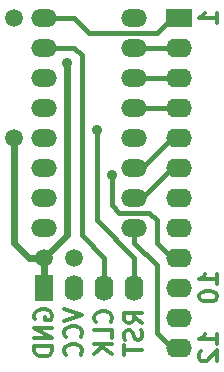
<source format=gbl>
G04 (created by PCBNEW (2013-jun-18)-testing) date Sun 14 Jul 2013 06:43:36 PM EEST*
%MOIN*%
G04 Gerber Fmt 3.4, Leading zero omitted, Abs format*
%FSLAX34Y34*%
G01*
G70*
G90*
G04 APERTURE LIST*
%ADD10C,0.005906*%
%ADD11C,0.011811*%
%ADD12R,0.062992X0.086614*%
%ADD13O,0.062992X0.086614*%
%ADD14O,0.086614X0.059055*%
%ADD15R,0.086614X0.062992*%
%ADD16O,0.086614X0.062992*%
%ADD17C,0.059055*%
%ADD18C,0.035000*%
%ADD19C,0.016000*%
%ADD20C,0.024000*%
G04 APERTURE END LIST*
G54D10*
G54D11*
X7517Y862D02*
X7517Y1199D01*
X7517Y1031D02*
X6926Y1031D01*
X7010Y1087D01*
X7067Y1143D01*
X7095Y1199D01*
X6982Y637D02*
X6954Y609D01*
X6926Y553D01*
X6926Y412D01*
X6954Y356D01*
X6982Y328D01*
X7039Y300D01*
X7095Y300D01*
X7179Y328D01*
X7517Y665D01*
X7517Y300D01*
X7517Y2862D02*
X7517Y3199D01*
X7517Y3031D02*
X6926Y3031D01*
X7010Y3087D01*
X7067Y3143D01*
X7095Y3199D01*
X6926Y2496D02*
X6926Y2440D01*
X6954Y2384D01*
X6982Y2356D01*
X7039Y2328D01*
X7151Y2300D01*
X7292Y2300D01*
X7404Y2328D01*
X7460Y2356D01*
X7489Y2384D01*
X7517Y2440D01*
X7517Y2496D01*
X7489Y2553D01*
X7460Y2581D01*
X7404Y2609D01*
X7292Y2637D01*
X7151Y2637D01*
X7039Y2609D01*
X6982Y2581D01*
X6954Y2553D01*
X6926Y2496D01*
X7517Y11581D02*
X7517Y11918D01*
X7517Y11749D02*
X6926Y11749D01*
X7010Y11806D01*
X7067Y11862D01*
X7095Y11918D01*
X5017Y1573D02*
X4735Y1770D01*
X5017Y1910D02*
X4426Y1910D01*
X4426Y1685D01*
X4454Y1629D01*
X4482Y1601D01*
X4539Y1573D01*
X4623Y1573D01*
X4679Y1601D01*
X4707Y1629D01*
X4735Y1685D01*
X4735Y1910D01*
X4989Y1348D02*
X5017Y1264D01*
X5017Y1123D01*
X4989Y1067D01*
X4960Y1039D01*
X4904Y1010D01*
X4848Y1010D01*
X4792Y1039D01*
X4764Y1067D01*
X4735Y1123D01*
X4707Y1235D01*
X4679Y1292D01*
X4651Y1320D01*
X4595Y1348D01*
X4539Y1348D01*
X4482Y1320D01*
X4454Y1292D01*
X4426Y1235D01*
X4426Y1095D01*
X4454Y1010D01*
X4426Y842D02*
X4426Y504D01*
X5017Y673D02*
X4426Y673D01*
X3960Y1601D02*
X3989Y1629D01*
X4017Y1714D01*
X4017Y1770D01*
X3989Y1854D01*
X3932Y1910D01*
X3876Y1938D01*
X3764Y1967D01*
X3679Y1967D01*
X3567Y1938D01*
X3510Y1910D01*
X3454Y1854D01*
X3426Y1770D01*
X3426Y1714D01*
X3454Y1629D01*
X3482Y1601D01*
X4017Y1067D02*
X4017Y1348D01*
X3426Y1348D01*
X4017Y870D02*
X3426Y870D01*
X4017Y532D02*
X3679Y785D01*
X3426Y532D02*
X3764Y870D01*
X2426Y2037D02*
X3017Y1840D01*
X2426Y1643D01*
X2960Y1109D02*
X2989Y1137D01*
X3017Y1221D01*
X3017Y1278D01*
X2989Y1362D01*
X2932Y1418D01*
X2876Y1446D01*
X2764Y1474D01*
X2679Y1474D01*
X2567Y1446D01*
X2510Y1418D01*
X2454Y1362D01*
X2426Y1278D01*
X2426Y1221D01*
X2454Y1137D01*
X2482Y1109D01*
X2960Y518D02*
X2989Y546D01*
X3017Y631D01*
X3017Y687D01*
X2989Y771D01*
X2932Y828D01*
X2876Y856D01*
X2764Y884D01*
X2679Y884D01*
X2567Y856D01*
X2510Y828D01*
X2454Y771D01*
X2426Y687D01*
X2426Y631D01*
X2454Y546D01*
X2482Y518D01*
X1454Y1699D02*
X1426Y1756D01*
X1426Y1840D01*
X1454Y1924D01*
X1510Y1981D01*
X1567Y2009D01*
X1679Y2037D01*
X1764Y2037D01*
X1876Y2009D01*
X1932Y1981D01*
X1989Y1924D01*
X2017Y1840D01*
X2017Y1784D01*
X1989Y1699D01*
X1960Y1671D01*
X1764Y1671D01*
X1764Y1784D01*
X2017Y1418D02*
X1426Y1418D01*
X2017Y1081D01*
X1426Y1081D01*
X2017Y800D02*
X1426Y800D01*
X1426Y659D01*
X1454Y575D01*
X1510Y518D01*
X1567Y490D01*
X1679Y462D01*
X1764Y462D01*
X1876Y490D01*
X1932Y518D01*
X1989Y575D01*
X2017Y659D01*
X2017Y800D01*
G54D12*
X1750Y2750D03*
G54D13*
X2750Y2750D03*
X3750Y2750D03*
X4750Y2750D03*
G54D14*
X4750Y4750D03*
X4750Y5750D03*
X4750Y6750D03*
X4750Y7750D03*
X4750Y8750D03*
X4750Y9750D03*
X4750Y10750D03*
X4750Y11750D03*
X1750Y11750D03*
X1750Y10750D03*
X1750Y9750D03*
X1750Y8750D03*
X1750Y7750D03*
X1750Y6750D03*
X1750Y5750D03*
X1750Y4750D03*
G54D15*
X6250Y11750D03*
G54D16*
X6250Y10750D03*
X6250Y9750D03*
X6250Y8750D03*
X6250Y7750D03*
X6250Y6750D03*
X6250Y5750D03*
X6250Y4750D03*
X6250Y3750D03*
X6250Y2750D03*
X6250Y1750D03*
X6250Y750D03*
G54D17*
X750Y11750D03*
X750Y7750D03*
X2750Y3750D03*
X1750Y3750D03*
G54D18*
X4000Y6500D03*
X3500Y8000D03*
X2500Y10250D03*
G54D19*
X3750Y2750D02*
X3750Y3750D01*
X2750Y10750D02*
X1750Y10750D01*
X3000Y10500D02*
X2750Y10750D01*
X3000Y4500D02*
X3000Y10500D01*
X3750Y3750D02*
X3000Y4500D01*
X1750Y11750D02*
X2750Y11750D01*
X2750Y11750D02*
X3250Y11250D01*
X3250Y11250D02*
X5500Y11250D01*
X6000Y11750D02*
X6250Y11750D01*
X5500Y11250D02*
X6000Y11750D01*
X4750Y10750D02*
X6250Y10750D01*
X6000Y750D02*
X6250Y750D01*
X5500Y1250D02*
X6000Y750D01*
X5500Y3500D02*
X5500Y1250D01*
X4750Y4750D02*
X4750Y4250D01*
X4750Y4250D02*
X5500Y3500D01*
X4750Y9750D02*
X6250Y9750D01*
X4750Y8750D02*
X6250Y8750D01*
X5000Y6750D02*
X4750Y6750D01*
X6000Y7750D02*
X5000Y6750D01*
X6250Y7750D02*
X6000Y7750D01*
X5000Y5750D02*
X4750Y5750D01*
X6000Y6750D02*
X5000Y5750D01*
X6250Y6750D02*
X6000Y6750D01*
X6000Y3750D02*
X6250Y3750D01*
X5500Y4250D02*
X6000Y3750D01*
X5500Y5000D02*
X5500Y4250D01*
X5250Y5250D02*
X5500Y5000D01*
X4000Y6500D02*
X4000Y5500D01*
X4000Y5500D02*
X4250Y5250D01*
X4250Y5250D02*
X5250Y5250D01*
X4750Y2750D02*
X4750Y3750D01*
X3500Y5000D02*
X3500Y8000D01*
X4750Y3750D02*
X3500Y5000D01*
G54D20*
X1750Y2750D02*
X1750Y3750D01*
X1750Y3750D02*
X1250Y3750D01*
X750Y4250D02*
X750Y7750D01*
X1250Y3750D02*
X750Y4250D01*
X1750Y3750D02*
X2500Y4500D01*
X2500Y4500D02*
X2500Y5250D01*
X2500Y5250D02*
X2500Y10250D01*
M02*

</source>
